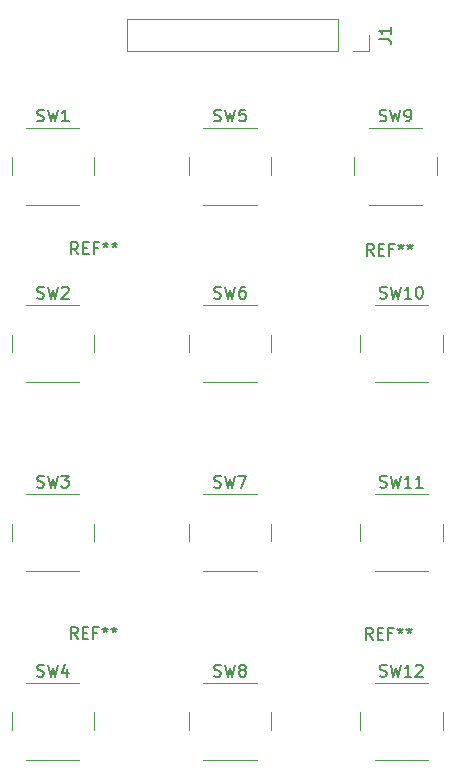
<source format=gbr>
G04 #@! TF.GenerationSoftware,KiCad,Pcbnew,5.0.2+dfsg1-1*
G04 #@! TF.CreationDate,2021-09-16T10:52:53+05:30*
G04 #@! TF.ProjectId,KEYBORD_PCB_V1,4b455942-4f52-4445-9f50-43425f56312e,rev?*
G04 #@! TF.SameCoordinates,Original*
G04 #@! TF.FileFunction,Legend,Top*
G04 #@! TF.FilePolarity,Positive*
%FSLAX46Y46*%
G04 Gerber Fmt 4.6, Leading zero omitted, Abs format (unit mm)*
G04 Created by KiCad (PCBNEW 5.0.2+dfsg1-1) date Thu 16 Sep 2021 10:52:53 AM IST*
%MOMM*%
%LPD*%
G01*
G04 APERTURE LIST*
%ADD10C,0.120000*%
%ADD11C,0.150000*%
G04 APERTURE END LIST*
D10*
G04 #@! TO.C,J1*
X106980000Y-40150000D02*
X106980000Y-41480000D01*
X106980000Y-41480000D02*
X105650000Y-41480000D01*
X104380000Y-41480000D02*
X86540000Y-41480000D01*
X86540000Y-38820000D02*
X86540000Y-41480000D01*
X104380000Y-38820000D02*
X86540000Y-38820000D01*
X104380000Y-38820000D02*
X104380000Y-41480000D01*
G04 #@! TO.C,SW1*
X78000000Y-54500000D02*
X82500000Y-54500000D01*
X76750000Y-50500000D02*
X76750000Y-52000000D01*
X82500000Y-48000000D02*
X78000000Y-48000000D01*
X83750000Y-52000000D02*
X83750000Y-50500000D01*
G04 #@! TO.C,SW2*
X83750000Y-67000000D02*
X83750000Y-65500000D01*
X82500000Y-63000000D02*
X78000000Y-63000000D01*
X76750000Y-65500000D02*
X76750000Y-67000000D01*
X78000000Y-69500000D02*
X82500000Y-69500000D01*
G04 #@! TO.C,SW3*
X83750000Y-83000000D02*
X83750000Y-81500000D01*
X82500000Y-79000000D02*
X78000000Y-79000000D01*
X76750000Y-81500000D02*
X76750000Y-83000000D01*
X78000000Y-85500000D02*
X82500000Y-85500000D01*
G04 #@! TO.C,SW4*
X78000000Y-101500000D02*
X82500000Y-101500000D01*
X76750000Y-97500000D02*
X76750000Y-99000000D01*
X82500000Y-95000000D02*
X78000000Y-95000000D01*
X83750000Y-99000000D02*
X83750000Y-97500000D01*
G04 #@! TO.C,SW5*
X98750000Y-52000000D02*
X98750000Y-50500000D01*
X97500000Y-48000000D02*
X93000000Y-48000000D01*
X91750000Y-50500000D02*
X91750000Y-52000000D01*
X93000000Y-54500000D02*
X97500000Y-54500000D01*
G04 #@! TO.C,SW6*
X98750000Y-67000000D02*
X98750000Y-65500000D01*
X97500000Y-63000000D02*
X93000000Y-63000000D01*
X91750000Y-65500000D02*
X91750000Y-67000000D01*
X93000000Y-69500000D02*
X97500000Y-69500000D01*
G04 #@! TO.C,SW7*
X93000000Y-85500000D02*
X97500000Y-85500000D01*
X91750000Y-81500000D02*
X91750000Y-83000000D01*
X97500000Y-79000000D02*
X93000000Y-79000000D01*
X98750000Y-83000000D02*
X98750000Y-81500000D01*
G04 #@! TO.C,SW8*
X98750000Y-99000000D02*
X98750000Y-97500000D01*
X97500000Y-95000000D02*
X93000000Y-95000000D01*
X91750000Y-97500000D02*
X91750000Y-99000000D01*
X93000000Y-101500000D02*
X97500000Y-101500000D01*
G04 #@! TO.C,SW9*
X107000000Y-54500000D02*
X111500000Y-54500000D01*
X105750000Y-50500000D02*
X105750000Y-52000000D01*
X111500000Y-48000000D02*
X107000000Y-48000000D01*
X112750000Y-52000000D02*
X112750000Y-50500000D01*
G04 #@! TO.C,SW10*
X107500000Y-69500000D02*
X112000000Y-69500000D01*
X106250000Y-65500000D02*
X106250000Y-67000000D01*
X112000000Y-63000000D02*
X107500000Y-63000000D01*
X113250000Y-67000000D02*
X113250000Y-65500000D01*
G04 #@! TO.C,SW11*
X107500000Y-85500000D02*
X112000000Y-85500000D01*
X106250000Y-81500000D02*
X106250000Y-83000000D01*
X112000000Y-79000000D02*
X107500000Y-79000000D01*
X113250000Y-83000000D02*
X113250000Y-81500000D01*
G04 #@! TO.C,SW12*
X113250000Y-99000000D02*
X113250000Y-97500000D01*
X112000000Y-95000000D02*
X107500000Y-95000000D01*
X106250000Y-97500000D02*
X106250000Y-99000000D01*
X107500000Y-101500000D02*
X112000000Y-101500000D01*
G04 #@! TO.C,REF\002A\002A*
D11*
X107406666Y-58812380D02*
X107073333Y-58336190D01*
X106835238Y-58812380D02*
X106835238Y-57812380D01*
X107216190Y-57812380D01*
X107311428Y-57860000D01*
X107359047Y-57907619D01*
X107406666Y-58002857D01*
X107406666Y-58145714D01*
X107359047Y-58240952D01*
X107311428Y-58288571D01*
X107216190Y-58336190D01*
X106835238Y-58336190D01*
X107835238Y-58288571D02*
X108168571Y-58288571D01*
X108311428Y-58812380D02*
X107835238Y-58812380D01*
X107835238Y-57812380D01*
X108311428Y-57812380D01*
X109073333Y-58288571D02*
X108740000Y-58288571D01*
X108740000Y-58812380D02*
X108740000Y-57812380D01*
X109216190Y-57812380D01*
X109740000Y-57812380D02*
X109740000Y-58050476D01*
X109501904Y-57955238D02*
X109740000Y-58050476D01*
X109978095Y-57955238D01*
X109597142Y-58240952D02*
X109740000Y-58050476D01*
X109882857Y-58240952D01*
X110501904Y-57812380D02*
X110501904Y-58050476D01*
X110263809Y-57955238D02*
X110501904Y-58050476D01*
X110740000Y-57955238D01*
X110359047Y-58240952D02*
X110501904Y-58050476D01*
X110644761Y-58240952D01*
X82376666Y-58692380D02*
X82043333Y-58216190D01*
X81805238Y-58692380D02*
X81805238Y-57692380D01*
X82186190Y-57692380D01*
X82281428Y-57740000D01*
X82329047Y-57787619D01*
X82376666Y-57882857D01*
X82376666Y-58025714D01*
X82329047Y-58120952D01*
X82281428Y-58168571D01*
X82186190Y-58216190D01*
X81805238Y-58216190D01*
X82805238Y-58168571D02*
X83138571Y-58168571D01*
X83281428Y-58692380D02*
X82805238Y-58692380D01*
X82805238Y-57692380D01*
X83281428Y-57692380D01*
X84043333Y-58168571D02*
X83710000Y-58168571D01*
X83710000Y-58692380D02*
X83710000Y-57692380D01*
X84186190Y-57692380D01*
X84710000Y-57692380D02*
X84710000Y-57930476D01*
X84471904Y-57835238D02*
X84710000Y-57930476D01*
X84948095Y-57835238D01*
X84567142Y-58120952D02*
X84710000Y-57930476D01*
X84852857Y-58120952D01*
X85471904Y-57692380D02*
X85471904Y-57930476D01*
X85233809Y-57835238D02*
X85471904Y-57930476D01*
X85710000Y-57835238D01*
X85329047Y-58120952D02*
X85471904Y-57930476D01*
X85614761Y-58120952D01*
X82356666Y-91282380D02*
X82023333Y-90806190D01*
X81785238Y-91282380D02*
X81785238Y-90282380D01*
X82166190Y-90282380D01*
X82261428Y-90330000D01*
X82309047Y-90377619D01*
X82356666Y-90472857D01*
X82356666Y-90615714D01*
X82309047Y-90710952D01*
X82261428Y-90758571D01*
X82166190Y-90806190D01*
X81785238Y-90806190D01*
X82785238Y-90758571D02*
X83118571Y-90758571D01*
X83261428Y-91282380D02*
X82785238Y-91282380D01*
X82785238Y-90282380D01*
X83261428Y-90282380D01*
X84023333Y-90758571D02*
X83690000Y-90758571D01*
X83690000Y-91282380D02*
X83690000Y-90282380D01*
X84166190Y-90282380D01*
X84690000Y-90282380D02*
X84690000Y-90520476D01*
X84451904Y-90425238D02*
X84690000Y-90520476D01*
X84928095Y-90425238D01*
X84547142Y-90710952D02*
X84690000Y-90520476D01*
X84832857Y-90710952D01*
X85451904Y-90282380D02*
X85451904Y-90520476D01*
X85213809Y-90425238D02*
X85451904Y-90520476D01*
X85690000Y-90425238D01*
X85309047Y-90710952D02*
X85451904Y-90520476D01*
X85594761Y-90710952D01*
X107326666Y-91322380D02*
X106993333Y-90846190D01*
X106755238Y-91322380D02*
X106755238Y-90322380D01*
X107136190Y-90322380D01*
X107231428Y-90370000D01*
X107279047Y-90417619D01*
X107326666Y-90512857D01*
X107326666Y-90655714D01*
X107279047Y-90750952D01*
X107231428Y-90798571D01*
X107136190Y-90846190D01*
X106755238Y-90846190D01*
X107755238Y-90798571D02*
X108088571Y-90798571D01*
X108231428Y-91322380D02*
X107755238Y-91322380D01*
X107755238Y-90322380D01*
X108231428Y-90322380D01*
X108993333Y-90798571D02*
X108660000Y-90798571D01*
X108660000Y-91322380D02*
X108660000Y-90322380D01*
X109136190Y-90322380D01*
X109660000Y-90322380D02*
X109660000Y-90560476D01*
X109421904Y-90465238D02*
X109660000Y-90560476D01*
X109898095Y-90465238D01*
X109517142Y-90750952D02*
X109660000Y-90560476D01*
X109802857Y-90750952D01*
X110421904Y-90322380D02*
X110421904Y-90560476D01*
X110183809Y-90465238D02*
X110421904Y-90560476D01*
X110660000Y-90465238D01*
X110279047Y-90750952D02*
X110421904Y-90560476D01*
X110564761Y-90750952D01*
G04 #@! TO.C,J1*
X107872380Y-40483333D02*
X108586666Y-40483333D01*
X108729523Y-40530952D01*
X108824761Y-40626190D01*
X108872380Y-40769047D01*
X108872380Y-40864285D01*
X108872380Y-39483333D02*
X108872380Y-40054761D01*
X108872380Y-39769047D02*
X107872380Y-39769047D01*
X108015238Y-39864285D01*
X108110476Y-39959523D01*
X108158095Y-40054761D01*
G04 #@! TO.C,SW1*
X78916666Y-47404761D02*
X79059523Y-47452380D01*
X79297619Y-47452380D01*
X79392857Y-47404761D01*
X79440476Y-47357142D01*
X79488095Y-47261904D01*
X79488095Y-47166666D01*
X79440476Y-47071428D01*
X79392857Y-47023809D01*
X79297619Y-46976190D01*
X79107142Y-46928571D01*
X79011904Y-46880952D01*
X78964285Y-46833333D01*
X78916666Y-46738095D01*
X78916666Y-46642857D01*
X78964285Y-46547619D01*
X79011904Y-46500000D01*
X79107142Y-46452380D01*
X79345238Y-46452380D01*
X79488095Y-46500000D01*
X79821428Y-46452380D02*
X80059523Y-47452380D01*
X80250000Y-46738095D01*
X80440476Y-47452380D01*
X80678571Y-46452380D01*
X81583333Y-47452380D02*
X81011904Y-47452380D01*
X81297619Y-47452380D02*
X81297619Y-46452380D01*
X81202380Y-46595238D01*
X81107142Y-46690476D01*
X81011904Y-46738095D01*
G04 #@! TO.C,SW2*
X78916666Y-62404761D02*
X79059523Y-62452380D01*
X79297619Y-62452380D01*
X79392857Y-62404761D01*
X79440476Y-62357142D01*
X79488095Y-62261904D01*
X79488095Y-62166666D01*
X79440476Y-62071428D01*
X79392857Y-62023809D01*
X79297619Y-61976190D01*
X79107142Y-61928571D01*
X79011904Y-61880952D01*
X78964285Y-61833333D01*
X78916666Y-61738095D01*
X78916666Y-61642857D01*
X78964285Y-61547619D01*
X79011904Y-61500000D01*
X79107142Y-61452380D01*
X79345238Y-61452380D01*
X79488095Y-61500000D01*
X79821428Y-61452380D02*
X80059523Y-62452380D01*
X80250000Y-61738095D01*
X80440476Y-62452380D01*
X80678571Y-61452380D01*
X81011904Y-61547619D02*
X81059523Y-61500000D01*
X81154761Y-61452380D01*
X81392857Y-61452380D01*
X81488095Y-61500000D01*
X81535714Y-61547619D01*
X81583333Y-61642857D01*
X81583333Y-61738095D01*
X81535714Y-61880952D01*
X80964285Y-62452380D01*
X81583333Y-62452380D01*
G04 #@! TO.C,SW3*
X78916666Y-78404761D02*
X79059523Y-78452380D01*
X79297619Y-78452380D01*
X79392857Y-78404761D01*
X79440476Y-78357142D01*
X79488095Y-78261904D01*
X79488095Y-78166666D01*
X79440476Y-78071428D01*
X79392857Y-78023809D01*
X79297619Y-77976190D01*
X79107142Y-77928571D01*
X79011904Y-77880952D01*
X78964285Y-77833333D01*
X78916666Y-77738095D01*
X78916666Y-77642857D01*
X78964285Y-77547619D01*
X79011904Y-77500000D01*
X79107142Y-77452380D01*
X79345238Y-77452380D01*
X79488095Y-77500000D01*
X79821428Y-77452380D02*
X80059523Y-78452380D01*
X80250000Y-77738095D01*
X80440476Y-78452380D01*
X80678571Y-77452380D01*
X80964285Y-77452380D02*
X81583333Y-77452380D01*
X81250000Y-77833333D01*
X81392857Y-77833333D01*
X81488095Y-77880952D01*
X81535714Y-77928571D01*
X81583333Y-78023809D01*
X81583333Y-78261904D01*
X81535714Y-78357142D01*
X81488095Y-78404761D01*
X81392857Y-78452380D01*
X81107142Y-78452380D01*
X81011904Y-78404761D01*
X80964285Y-78357142D01*
G04 #@! TO.C,SW4*
X78916666Y-94404761D02*
X79059523Y-94452380D01*
X79297619Y-94452380D01*
X79392857Y-94404761D01*
X79440476Y-94357142D01*
X79488095Y-94261904D01*
X79488095Y-94166666D01*
X79440476Y-94071428D01*
X79392857Y-94023809D01*
X79297619Y-93976190D01*
X79107142Y-93928571D01*
X79011904Y-93880952D01*
X78964285Y-93833333D01*
X78916666Y-93738095D01*
X78916666Y-93642857D01*
X78964285Y-93547619D01*
X79011904Y-93500000D01*
X79107142Y-93452380D01*
X79345238Y-93452380D01*
X79488095Y-93500000D01*
X79821428Y-93452380D02*
X80059523Y-94452380D01*
X80250000Y-93738095D01*
X80440476Y-94452380D01*
X80678571Y-93452380D01*
X81488095Y-93785714D02*
X81488095Y-94452380D01*
X81250000Y-93404761D02*
X81011904Y-94119047D01*
X81630952Y-94119047D01*
G04 #@! TO.C,SW5*
X93916666Y-47404761D02*
X94059523Y-47452380D01*
X94297619Y-47452380D01*
X94392857Y-47404761D01*
X94440476Y-47357142D01*
X94488095Y-47261904D01*
X94488095Y-47166666D01*
X94440476Y-47071428D01*
X94392857Y-47023809D01*
X94297619Y-46976190D01*
X94107142Y-46928571D01*
X94011904Y-46880952D01*
X93964285Y-46833333D01*
X93916666Y-46738095D01*
X93916666Y-46642857D01*
X93964285Y-46547619D01*
X94011904Y-46500000D01*
X94107142Y-46452380D01*
X94345238Y-46452380D01*
X94488095Y-46500000D01*
X94821428Y-46452380D02*
X95059523Y-47452380D01*
X95250000Y-46738095D01*
X95440476Y-47452380D01*
X95678571Y-46452380D01*
X96535714Y-46452380D02*
X96059523Y-46452380D01*
X96011904Y-46928571D01*
X96059523Y-46880952D01*
X96154761Y-46833333D01*
X96392857Y-46833333D01*
X96488095Y-46880952D01*
X96535714Y-46928571D01*
X96583333Y-47023809D01*
X96583333Y-47261904D01*
X96535714Y-47357142D01*
X96488095Y-47404761D01*
X96392857Y-47452380D01*
X96154761Y-47452380D01*
X96059523Y-47404761D01*
X96011904Y-47357142D01*
G04 #@! TO.C,SW6*
X93916666Y-62404761D02*
X94059523Y-62452380D01*
X94297619Y-62452380D01*
X94392857Y-62404761D01*
X94440476Y-62357142D01*
X94488095Y-62261904D01*
X94488095Y-62166666D01*
X94440476Y-62071428D01*
X94392857Y-62023809D01*
X94297619Y-61976190D01*
X94107142Y-61928571D01*
X94011904Y-61880952D01*
X93964285Y-61833333D01*
X93916666Y-61738095D01*
X93916666Y-61642857D01*
X93964285Y-61547619D01*
X94011904Y-61500000D01*
X94107142Y-61452380D01*
X94345238Y-61452380D01*
X94488095Y-61500000D01*
X94821428Y-61452380D02*
X95059523Y-62452380D01*
X95250000Y-61738095D01*
X95440476Y-62452380D01*
X95678571Y-61452380D01*
X96488095Y-61452380D02*
X96297619Y-61452380D01*
X96202380Y-61500000D01*
X96154761Y-61547619D01*
X96059523Y-61690476D01*
X96011904Y-61880952D01*
X96011904Y-62261904D01*
X96059523Y-62357142D01*
X96107142Y-62404761D01*
X96202380Y-62452380D01*
X96392857Y-62452380D01*
X96488095Y-62404761D01*
X96535714Y-62357142D01*
X96583333Y-62261904D01*
X96583333Y-62023809D01*
X96535714Y-61928571D01*
X96488095Y-61880952D01*
X96392857Y-61833333D01*
X96202380Y-61833333D01*
X96107142Y-61880952D01*
X96059523Y-61928571D01*
X96011904Y-62023809D01*
G04 #@! TO.C,SW7*
X93916666Y-78404761D02*
X94059523Y-78452380D01*
X94297619Y-78452380D01*
X94392857Y-78404761D01*
X94440476Y-78357142D01*
X94488095Y-78261904D01*
X94488095Y-78166666D01*
X94440476Y-78071428D01*
X94392857Y-78023809D01*
X94297619Y-77976190D01*
X94107142Y-77928571D01*
X94011904Y-77880952D01*
X93964285Y-77833333D01*
X93916666Y-77738095D01*
X93916666Y-77642857D01*
X93964285Y-77547619D01*
X94011904Y-77500000D01*
X94107142Y-77452380D01*
X94345238Y-77452380D01*
X94488095Y-77500000D01*
X94821428Y-77452380D02*
X95059523Y-78452380D01*
X95250000Y-77738095D01*
X95440476Y-78452380D01*
X95678571Y-77452380D01*
X95964285Y-77452380D02*
X96630952Y-77452380D01*
X96202380Y-78452380D01*
G04 #@! TO.C,SW8*
X93916666Y-94404761D02*
X94059523Y-94452380D01*
X94297619Y-94452380D01*
X94392857Y-94404761D01*
X94440476Y-94357142D01*
X94488095Y-94261904D01*
X94488095Y-94166666D01*
X94440476Y-94071428D01*
X94392857Y-94023809D01*
X94297619Y-93976190D01*
X94107142Y-93928571D01*
X94011904Y-93880952D01*
X93964285Y-93833333D01*
X93916666Y-93738095D01*
X93916666Y-93642857D01*
X93964285Y-93547619D01*
X94011904Y-93500000D01*
X94107142Y-93452380D01*
X94345238Y-93452380D01*
X94488095Y-93500000D01*
X94821428Y-93452380D02*
X95059523Y-94452380D01*
X95250000Y-93738095D01*
X95440476Y-94452380D01*
X95678571Y-93452380D01*
X96202380Y-93880952D02*
X96107142Y-93833333D01*
X96059523Y-93785714D01*
X96011904Y-93690476D01*
X96011904Y-93642857D01*
X96059523Y-93547619D01*
X96107142Y-93500000D01*
X96202380Y-93452380D01*
X96392857Y-93452380D01*
X96488095Y-93500000D01*
X96535714Y-93547619D01*
X96583333Y-93642857D01*
X96583333Y-93690476D01*
X96535714Y-93785714D01*
X96488095Y-93833333D01*
X96392857Y-93880952D01*
X96202380Y-93880952D01*
X96107142Y-93928571D01*
X96059523Y-93976190D01*
X96011904Y-94071428D01*
X96011904Y-94261904D01*
X96059523Y-94357142D01*
X96107142Y-94404761D01*
X96202380Y-94452380D01*
X96392857Y-94452380D01*
X96488095Y-94404761D01*
X96535714Y-94357142D01*
X96583333Y-94261904D01*
X96583333Y-94071428D01*
X96535714Y-93976190D01*
X96488095Y-93928571D01*
X96392857Y-93880952D01*
G04 #@! TO.C,SW9*
X107916666Y-47404761D02*
X108059523Y-47452380D01*
X108297619Y-47452380D01*
X108392857Y-47404761D01*
X108440476Y-47357142D01*
X108488095Y-47261904D01*
X108488095Y-47166666D01*
X108440476Y-47071428D01*
X108392857Y-47023809D01*
X108297619Y-46976190D01*
X108107142Y-46928571D01*
X108011904Y-46880952D01*
X107964285Y-46833333D01*
X107916666Y-46738095D01*
X107916666Y-46642857D01*
X107964285Y-46547619D01*
X108011904Y-46500000D01*
X108107142Y-46452380D01*
X108345238Y-46452380D01*
X108488095Y-46500000D01*
X108821428Y-46452380D02*
X109059523Y-47452380D01*
X109250000Y-46738095D01*
X109440476Y-47452380D01*
X109678571Y-46452380D01*
X110107142Y-47452380D02*
X110297619Y-47452380D01*
X110392857Y-47404761D01*
X110440476Y-47357142D01*
X110535714Y-47214285D01*
X110583333Y-47023809D01*
X110583333Y-46642857D01*
X110535714Y-46547619D01*
X110488095Y-46500000D01*
X110392857Y-46452380D01*
X110202380Y-46452380D01*
X110107142Y-46500000D01*
X110059523Y-46547619D01*
X110011904Y-46642857D01*
X110011904Y-46880952D01*
X110059523Y-46976190D01*
X110107142Y-47023809D01*
X110202380Y-47071428D01*
X110392857Y-47071428D01*
X110488095Y-47023809D01*
X110535714Y-46976190D01*
X110583333Y-46880952D01*
G04 #@! TO.C,SW10*
X107940476Y-62404761D02*
X108083333Y-62452380D01*
X108321428Y-62452380D01*
X108416666Y-62404761D01*
X108464285Y-62357142D01*
X108511904Y-62261904D01*
X108511904Y-62166666D01*
X108464285Y-62071428D01*
X108416666Y-62023809D01*
X108321428Y-61976190D01*
X108130952Y-61928571D01*
X108035714Y-61880952D01*
X107988095Y-61833333D01*
X107940476Y-61738095D01*
X107940476Y-61642857D01*
X107988095Y-61547619D01*
X108035714Y-61500000D01*
X108130952Y-61452380D01*
X108369047Y-61452380D01*
X108511904Y-61500000D01*
X108845238Y-61452380D02*
X109083333Y-62452380D01*
X109273809Y-61738095D01*
X109464285Y-62452380D01*
X109702380Y-61452380D01*
X110607142Y-62452380D02*
X110035714Y-62452380D01*
X110321428Y-62452380D02*
X110321428Y-61452380D01*
X110226190Y-61595238D01*
X110130952Y-61690476D01*
X110035714Y-61738095D01*
X111226190Y-61452380D02*
X111321428Y-61452380D01*
X111416666Y-61500000D01*
X111464285Y-61547619D01*
X111511904Y-61642857D01*
X111559523Y-61833333D01*
X111559523Y-62071428D01*
X111511904Y-62261904D01*
X111464285Y-62357142D01*
X111416666Y-62404761D01*
X111321428Y-62452380D01*
X111226190Y-62452380D01*
X111130952Y-62404761D01*
X111083333Y-62357142D01*
X111035714Y-62261904D01*
X110988095Y-62071428D01*
X110988095Y-61833333D01*
X111035714Y-61642857D01*
X111083333Y-61547619D01*
X111130952Y-61500000D01*
X111226190Y-61452380D01*
G04 #@! TO.C,SW11*
X107940476Y-78404761D02*
X108083333Y-78452380D01*
X108321428Y-78452380D01*
X108416666Y-78404761D01*
X108464285Y-78357142D01*
X108511904Y-78261904D01*
X108511904Y-78166666D01*
X108464285Y-78071428D01*
X108416666Y-78023809D01*
X108321428Y-77976190D01*
X108130952Y-77928571D01*
X108035714Y-77880952D01*
X107988095Y-77833333D01*
X107940476Y-77738095D01*
X107940476Y-77642857D01*
X107988095Y-77547619D01*
X108035714Y-77500000D01*
X108130952Y-77452380D01*
X108369047Y-77452380D01*
X108511904Y-77500000D01*
X108845238Y-77452380D02*
X109083333Y-78452380D01*
X109273809Y-77738095D01*
X109464285Y-78452380D01*
X109702380Y-77452380D01*
X110607142Y-78452380D02*
X110035714Y-78452380D01*
X110321428Y-78452380D02*
X110321428Y-77452380D01*
X110226190Y-77595238D01*
X110130952Y-77690476D01*
X110035714Y-77738095D01*
X111559523Y-78452380D02*
X110988095Y-78452380D01*
X111273809Y-78452380D02*
X111273809Y-77452380D01*
X111178571Y-77595238D01*
X111083333Y-77690476D01*
X110988095Y-77738095D01*
G04 #@! TO.C,SW12*
X107940476Y-94404761D02*
X108083333Y-94452380D01*
X108321428Y-94452380D01*
X108416666Y-94404761D01*
X108464285Y-94357142D01*
X108511904Y-94261904D01*
X108511904Y-94166666D01*
X108464285Y-94071428D01*
X108416666Y-94023809D01*
X108321428Y-93976190D01*
X108130952Y-93928571D01*
X108035714Y-93880952D01*
X107988095Y-93833333D01*
X107940476Y-93738095D01*
X107940476Y-93642857D01*
X107988095Y-93547619D01*
X108035714Y-93500000D01*
X108130952Y-93452380D01*
X108369047Y-93452380D01*
X108511904Y-93500000D01*
X108845238Y-93452380D02*
X109083333Y-94452380D01*
X109273809Y-93738095D01*
X109464285Y-94452380D01*
X109702380Y-93452380D01*
X110607142Y-94452380D02*
X110035714Y-94452380D01*
X110321428Y-94452380D02*
X110321428Y-93452380D01*
X110226190Y-93595238D01*
X110130952Y-93690476D01*
X110035714Y-93738095D01*
X110988095Y-93547619D02*
X111035714Y-93500000D01*
X111130952Y-93452380D01*
X111369047Y-93452380D01*
X111464285Y-93500000D01*
X111511904Y-93547619D01*
X111559523Y-93642857D01*
X111559523Y-93738095D01*
X111511904Y-93880952D01*
X110940476Y-94452380D01*
X111559523Y-94452380D01*
G04 #@! TD*
M02*

</source>
